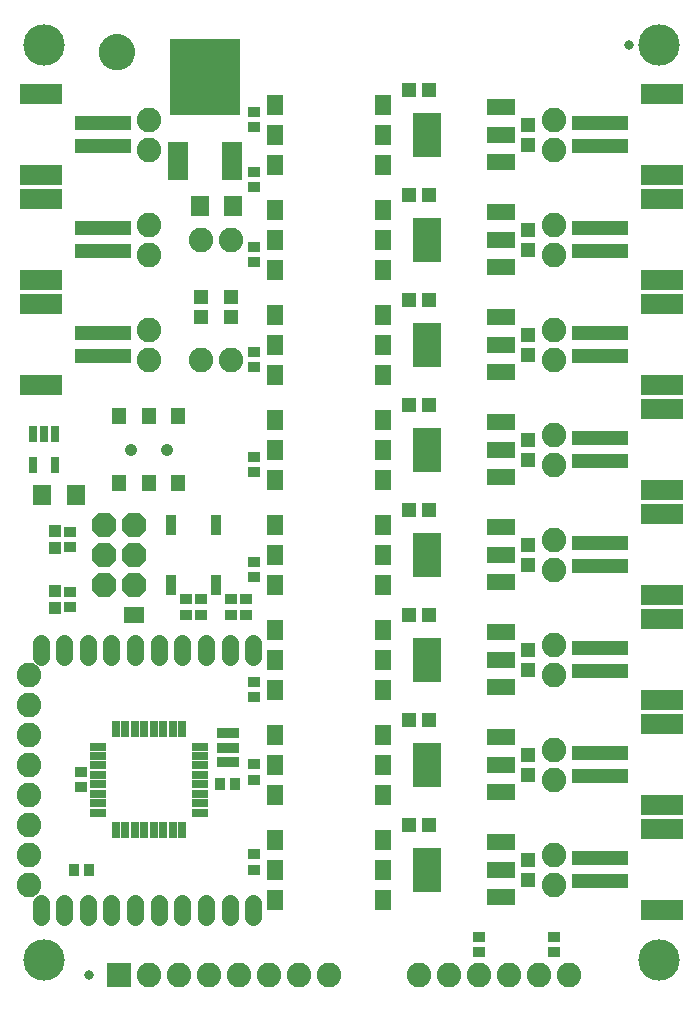
<source format=gbr>
G04 EAGLE Gerber RS-274X export*
G75*
%MOMM*%
%FSLAX34Y34*%
%LPD*%
%INSoldermask Top*%
%IPPOS*%
%AMOC8*
5,1,8,0,0,1.08239X$1,22.5*%
G01*
%ADD10R,1.103200X0.903200*%
%ADD11R,1.003200X1.003200*%
%ADD12R,1.603200X1.803200*%
%ADD13R,0.903200X1.103200*%
%ADD14C,3.505200*%
%ADD15R,1.473200X0.762000*%
%ADD16R,0.762000X1.473200*%
%ADD17P,2.254402X8X292.500000*%
%ADD18R,4.803200X1.203200*%
%ADD19R,3.603200X1.803200*%
%ADD20C,2.082800*%
%ADD21R,0.965200X1.727200*%
%ADD22R,2.082800X2.082800*%
%ADD23R,0.753200X1.403200*%
%ADD24C,0.838200*%
%ADD25R,1.903200X0.903200*%
%ADD26R,1.303200X1.203200*%
%ADD27R,1.473200X1.727200*%
%ADD28R,1.203200X1.303200*%
%ADD29R,1.803200X3.203200*%
%ADD30R,6.003200X6.403200*%
%ADD31R,2.438400X1.422400*%
%ADD32R,2.403200X3.803200*%
%ADD33R,1.203200X1.353200*%
%ADD34C,1.053200*%
%ADD35C,1.409700*%
%ADD36R,0.838200X1.473200*%

G36*
X89851Y778668D02*
X89851Y778668D01*
X89954Y778692D01*
X90025Y778699D01*
X92430Y779344D01*
X92528Y779385D01*
X92597Y779404D01*
X94854Y780457D01*
X94942Y780514D01*
X95007Y780545D01*
X97047Y781973D01*
X97125Y782046D01*
X97183Y782087D01*
X98944Y783848D01*
X98953Y783860D01*
X98956Y783863D01*
X98967Y783879D01*
X99007Y783933D01*
X99058Y783984D01*
X100486Y786024D01*
X100528Y786106D01*
X100544Y786130D01*
X100545Y786135D01*
X100574Y786177D01*
X101627Y788434D01*
X101658Y788536D01*
X101688Y788601D01*
X102332Y791006D01*
X102345Y791111D01*
X102363Y791181D01*
X102580Y793662D01*
X102574Y793767D01*
X102580Y793839D01*
X102363Y796320D01*
X102339Y796423D01*
X102332Y796494D01*
X101688Y798899D01*
X101646Y798997D01*
X101627Y799066D01*
X100574Y801323D01*
X100517Y801411D01*
X100486Y801476D01*
X99058Y803516D01*
X98985Y803594D01*
X98944Y803652D01*
X97183Y805413D01*
X97098Y805476D01*
X97047Y805527D01*
X95007Y806955D01*
X94913Y807003D01*
X94854Y807043D01*
X92597Y808096D01*
X92495Y808127D01*
X92430Y808157D01*
X90025Y808801D01*
X89920Y808814D01*
X89851Y808832D01*
X87370Y809049D01*
X87264Y809043D01*
X87193Y809049D01*
X84712Y808832D01*
X84609Y808808D01*
X84537Y808801D01*
X82132Y808157D01*
X82034Y808115D01*
X81965Y808096D01*
X79708Y807043D01*
X79620Y806986D01*
X79555Y806955D01*
X77515Y805527D01*
X77437Y805454D01*
X77379Y805413D01*
X75618Y803652D01*
X75555Y803567D01*
X75504Y803516D01*
X74076Y801476D01*
X74028Y801382D01*
X73988Y801323D01*
X72935Y799066D01*
X72904Y798964D01*
X72875Y798899D01*
X72230Y796494D01*
X72217Y796389D01*
X72199Y796320D01*
X71982Y793839D01*
X71988Y793733D01*
X71982Y793662D01*
X72199Y791181D01*
X72223Y791078D01*
X72230Y791006D01*
X72875Y788601D01*
X72916Y788503D01*
X72935Y788434D01*
X73988Y786177D01*
X74045Y786089D01*
X74076Y786024D01*
X75504Y783984D01*
X75558Y783927D01*
X75572Y783903D01*
X75594Y783882D01*
X75618Y783848D01*
X77379Y782087D01*
X77464Y782024D01*
X77515Y781973D01*
X79555Y780545D01*
X79649Y780497D01*
X79708Y780457D01*
X81965Y779404D01*
X82067Y779373D01*
X82132Y779344D01*
X84537Y778699D01*
X84642Y778686D01*
X84712Y778668D01*
X87193Y778451D01*
X87298Y778457D01*
X87370Y778451D01*
X89851Y778668D01*
G37*
D10*
X57150Y184300D03*
X57150Y171300D03*
X47625Y374500D03*
X47625Y387500D03*
D11*
X34925Y388500D03*
X34925Y373500D03*
D12*
X24100Y419100D03*
X52100Y419100D03*
D10*
X158750Y330350D03*
X158750Y317350D03*
D13*
X174475Y173800D03*
X187475Y173800D03*
D14*
X546100Y800100D03*
X25400Y25400D03*
X25400Y800100D03*
X546100Y25400D03*
D15*
X157226Y149800D03*
X157226Y157800D03*
X157226Y165800D03*
X157226Y173800D03*
X157226Y181800D03*
X157226Y189800D03*
X157226Y197800D03*
X157226Y205800D03*
D16*
X142300Y220726D03*
X134300Y220726D03*
X126300Y220726D03*
X118300Y220726D03*
X110300Y220726D03*
X102300Y220726D03*
X94300Y220726D03*
X86300Y220726D03*
D15*
X71374Y205800D03*
X71374Y197800D03*
X71374Y189800D03*
X71374Y181800D03*
X71374Y173800D03*
X71374Y165800D03*
X71374Y157800D03*
X71374Y149800D03*
D16*
X86300Y134874D03*
X94300Y134874D03*
X102300Y134874D03*
X110300Y134874D03*
X118300Y134874D03*
X126300Y134874D03*
X134300Y134874D03*
X142300Y134874D03*
D11*
X34925Y337700D03*
X34925Y322700D03*
D10*
X47625Y323700D03*
X47625Y336700D03*
X146050Y317350D03*
X146050Y330350D03*
D17*
X76200Y393700D03*
X101600Y393700D03*
X76200Y368300D03*
X101600Y368300D03*
X76200Y342900D03*
X101600Y342900D03*
D18*
X75100Y625000D03*
X75100Y645000D03*
D19*
X23100Y601000D03*
X23100Y669000D03*
D18*
X75100Y713900D03*
X75100Y733900D03*
D19*
X23100Y689900D03*
X23100Y757900D03*
D20*
X342900Y12700D03*
X368300Y12700D03*
X393700Y12700D03*
X419100Y12700D03*
X444500Y12700D03*
X469900Y12700D03*
D21*
X133350Y342900D03*
X133350Y393700D03*
X171450Y342900D03*
X171450Y393700D03*
D22*
X88900Y12700D03*
D20*
X114300Y12700D03*
X139700Y12700D03*
X165100Y12700D03*
X190500Y12700D03*
X215900Y12700D03*
X241300Y12700D03*
X266700Y12700D03*
D18*
X75100Y536100D03*
X75100Y556100D03*
D19*
X23100Y512100D03*
X23100Y580100D03*
D23*
X34900Y470201D03*
X25400Y470201D03*
X15900Y470201D03*
X15900Y444199D03*
X34900Y444199D03*
D20*
X114300Y736600D03*
X114300Y711200D03*
X114300Y647700D03*
X114300Y622300D03*
X114300Y533400D03*
X114300Y558800D03*
D24*
X520700Y800100D03*
X63500Y12700D03*
D25*
X180975Y192975D03*
X180975Y204975D03*
X180975Y216975D03*
D26*
X334400Y139700D03*
X351400Y139700D03*
D18*
X496400Y111600D03*
X496400Y91600D03*
D19*
X548400Y135600D03*
X548400Y67600D03*
D20*
X457200Y114300D03*
X457200Y88900D03*
D27*
X220980Y127000D03*
X220980Y101600D03*
X220980Y76200D03*
X312420Y76200D03*
X312420Y101600D03*
X312420Y127000D03*
D10*
X203200Y114450D03*
X203200Y101450D03*
D28*
X434975Y110100D03*
X434975Y93100D03*
D10*
X203200Y692300D03*
X203200Y679300D03*
D12*
X157450Y663575D03*
X185450Y663575D03*
D29*
X139125Y701300D03*
X184725Y701300D03*
D30*
X161925Y773100D03*
D28*
X158750Y586350D03*
X158750Y569350D03*
X184150Y569350D03*
X184150Y586350D03*
D20*
X158750Y635000D03*
X158750Y533400D03*
X184150Y533400D03*
X184150Y635000D03*
D26*
X334400Y228600D03*
X351400Y228600D03*
D18*
X496400Y200500D03*
X496400Y180500D03*
D19*
X548400Y224500D03*
X548400Y156500D03*
D20*
X457200Y203200D03*
X457200Y177800D03*
D27*
X220980Y215900D03*
X220980Y190500D03*
X220980Y165100D03*
X312420Y165100D03*
X312420Y190500D03*
X312420Y215900D03*
D10*
X203200Y177650D03*
X203200Y190650D03*
D28*
X434975Y199000D03*
X434975Y182000D03*
D26*
X334400Y317500D03*
X351400Y317500D03*
D18*
X496400Y289400D03*
X496400Y269400D03*
D19*
X548400Y313400D03*
X548400Y245400D03*
D20*
X457200Y292100D03*
X457200Y266700D03*
D27*
X220980Y304800D03*
X220980Y279400D03*
X220980Y254000D03*
X312420Y254000D03*
X312420Y279400D03*
X312420Y304800D03*
D10*
X203200Y247500D03*
X203200Y260500D03*
D28*
X434975Y287900D03*
X434975Y270900D03*
D26*
X334400Y406400D03*
X351400Y406400D03*
D18*
X496400Y378300D03*
X496400Y358300D03*
D19*
X548400Y402300D03*
X548400Y334300D03*
D20*
X457200Y381000D03*
X457200Y355600D03*
D27*
X220980Y393700D03*
X220980Y368300D03*
X220980Y342900D03*
X312420Y342900D03*
X312420Y368300D03*
X312420Y393700D03*
D10*
X203200Y349100D03*
X203200Y362100D03*
D28*
X434975Y376800D03*
X434975Y359800D03*
D26*
X334400Y495300D03*
X351400Y495300D03*
D18*
X496400Y467200D03*
X496400Y447200D03*
D19*
X548400Y491200D03*
X548400Y423200D03*
D20*
X457200Y469900D03*
X457200Y444500D03*
D27*
X220980Y482600D03*
X220980Y457200D03*
X220980Y431800D03*
X312420Y431800D03*
X312420Y457200D03*
X312420Y482600D03*
D10*
X203200Y438000D03*
X203200Y451000D03*
D28*
X434975Y465700D03*
X434975Y448700D03*
D26*
X334400Y584200D03*
X351400Y584200D03*
D18*
X496400Y556100D03*
X496400Y536100D03*
D19*
X548400Y580100D03*
X548400Y512100D03*
D20*
X457200Y558800D03*
X457200Y533400D03*
D27*
X220980Y571500D03*
X220980Y546100D03*
X220980Y520700D03*
X312420Y520700D03*
X312420Y546100D03*
X312420Y571500D03*
D10*
X203200Y526900D03*
X203200Y539900D03*
D28*
X434975Y554600D03*
X434975Y537600D03*
D26*
X334400Y673100D03*
X351400Y673100D03*
D18*
X496400Y645000D03*
X496400Y625000D03*
D19*
X548400Y669000D03*
X548400Y601000D03*
D20*
X457200Y647700D03*
X457200Y622300D03*
D27*
X220980Y660400D03*
X220980Y635000D03*
X220980Y609600D03*
X312420Y609600D03*
X312420Y635000D03*
X312420Y660400D03*
D10*
X203200Y615800D03*
X203200Y628800D03*
D28*
X434975Y643500D03*
X434975Y626500D03*
D26*
X334400Y762000D03*
X351400Y762000D03*
D18*
X496400Y733900D03*
X496400Y713900D03*
D19*
X548400Y757900D03*
X548400Y689900D03*
D20*
X457200Y736600D03*
X457200Y711200D03*
D27*
X220980Y749300D03*
X220980Y723900D03*
X220980Y698500D03*
X312420Y698500D03*
X312420Y723900D03*
X312420Y749300D03*
D10*
X203200Y743100D03*
X203200Y730100D03*
D28*
X434975Y732400D03*
X434975Y715400D03*
D31*
X411988Y78486D03*
X411988Y101600D03*
X411988Y124714D03*
D32*
X350010Y101600D03*
D31*
X411988Y167386D03*
X411988Y190500D03*
X411988Y213614D03*
D32*
X350010Y190500D03*
D31*
X411988Y256286D03*
X411988Y279400D03*
X411988Y302514D03*
D32*
X350010Y279400D03*
D31*
X411988Y345186D03*
X411988Y368300D03*
X411988Y391414D03*
D32*
X350010Y368300D03*
D31*
X411988Y434086D03*
X411988Y457200D03*
X411988Y480314D03*
D32*
X350010Y457200D03*
D31*
X411988Y522986D03*
X411988Y546100D03*
X411988Y569214D03*
D32*
X350010Y546100D03*
D31*
X411988Y611886D03*
X411988Y635000D03*
X411988Y658114D03*
D32*
X350010Y635000D03*
D31*
X411988Y700786D03*
X411988Y723900D03*
X411988Y747014D03*
D32*
X350010Y723900D03*
D33*
X139300Y485450D03*
X114300Y485450D03*
X89300Y485450D03*
X139300Y428950D03*
X114300Y428950D03*
X89300Y428950D03*
D34*
X129300Y457200D03*
X99300Y457200D03*
D20*
X12700Y88900D03*
X12700Y114300D03*
X12700Y139700D03*
X12700Y165100D03*
X12700Y190500D03*
X12700Y215900D03*
X12700Y241300D03*
X12700Y266700D03*
D35*
X202500Y73533D02*
X202500Y61468D01*
X182500Y61468D02*
X182500Y73533D01*
X162500Y73533D02*
X162500Y61468D01*
X142500Y61468D02*
X142500Y73533D01*
X122500Y73533D02*
X122500Y61468D01*
X102500Y61468D02*
X102500Y73533D01*
X82500Y73533D02*
X82500Y61468D01*
X62500Y61468D02*
X62500Y73533D01*
X42500Y73533D02*
X42500Y61468D01*
X22500Y61468D02*
X22500Y73533D01*
X202500Y281468D02*
X202500Y293533D01*
X182500Y293533D02*
X182500Y281468D01*
X162500Y281468D02*
X162500Y293533D01*
X142500Y293533D02*
X142500Y281468D01*
X122500Y281468D02*
X122500Y293533D01*
X102500Y293533D02*
X102500Y281468D01*
X82500Y281468D02*
X82500Y293533D01*
X62500Y293533D02*
X62500Y281468D01*
X42500Y281468D02*
X42500Y293533D01*
X22500Y293533D02*
X22500Y281468D01*
D13*
X50650Y101600D03*
X63650Y101600D03*
D36*
X97100Y317500D03*
X106100Y317500D03*
D10*
X457200Y31600D03*
X457200Y44600D03*
X393700Y44600D03*
X393700Y31600D03*
X196850Y330350D03*
X196850Y317350D03*
X184150Y317350D03*
X184150Y330350D03*
M02*

</source>
